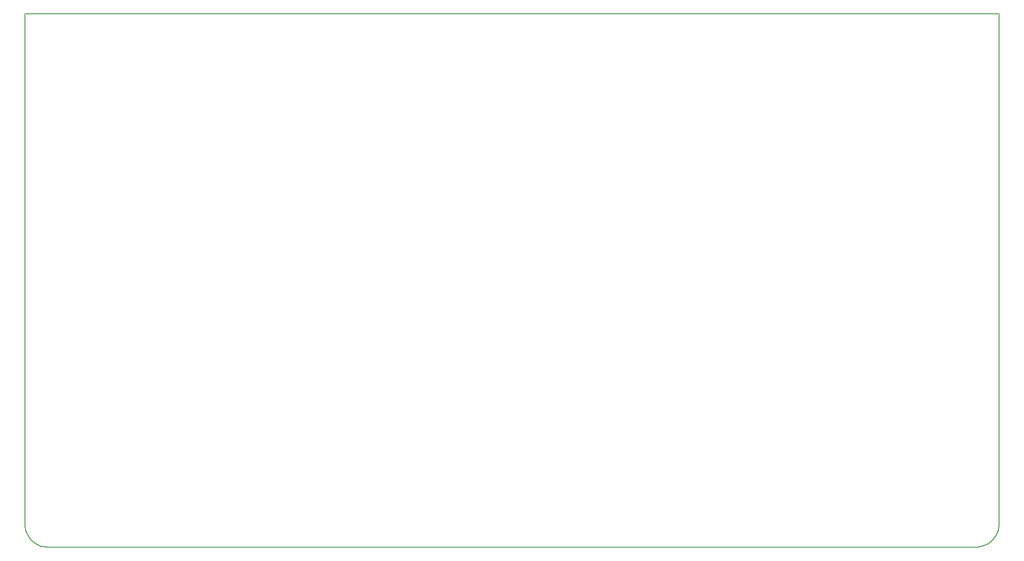
<source format=gbr>
%TF.GenerationSoftware,KiCad,Pcbnew,(5.1.6)-1*%
%TF.CreationDate,2020-08-11T15:09:09+01:00*%
%TF.ProjectId,panel-display,70616e65-6c2d-4646-9973-706c61792e6b,rev?*%
%TF.SameCoordinates,Original*%
%TF.FileFunction,Profile,NP*%
%FSLAX46Y46*%
G04 Gerber Fmt 4.6, Leading zero omitted, Abs format (unit mm)*
G04 Created by KiCad (PCBNEW (5.1.6)-1) date 2020-08-11 15:09:09*
%MOMM*%
%LPD*%
G01*
G04 APERTURE LIST*
%TA.AperFunction,Profile*%
%ADD10C,0.200000*%
%TD*%
G04 APERTURE END LIST*
D10*
X51617018Y-38354000D02*
X51617018Y-138699733D01*
X243332000Y-138699733D02*
X243332000Y-38354000D01*
X56117018Y-143292293D02*
X238832000Y-143292293D01*
X242414280Y-141479128D02*
X242572959Y-141251671D01*
X242572959Y-141251671D02*
X242717597Y-141014524D01*
X242717597Y-141014524D02*
X242847851Y-140768669D01*
X242847851Y-140768669D02*
X242963380Y-140515090D01*
X242963380Y-140515090D02*
X243063842Y-140254768D01*
X243063842Y-140254768D02*
X243148893Y-139988689D01*
X243148893Y-139988689D02*
X243218193Y-139717834D01*
X243218193Y-139717834D02*
X243271399Y-139443187D01*
X243271399Y-139443187D02*
X243308169Y-139165731D01*
X243308169Y-139165731D02*
X243328161Y-138886449D01*
X243328161Y-138886449D02*
X243332000Y-138699733D01*
X51617018Y-138699733D02*
X51625026Y-138965674D01*
X51625026Y-138965674D02*
X51648784Y-139230370D01*
X51648784Y-139230370D02*
X51687892Y-139493042D01*
X51687892Y-139493042D02*
X51741950Y-139752911D01*
X51741950Y-139752911D02*
X51810558Y-140009198D01*
X51810558Y-140009198D02*
X51893315Y-140261124D01*
X51893315Y-140261124D02*
X51989822Y-140507910D01*
X51989822Y-140507910D02*
X52099677Y-140748778D01*
X52099677Y-140748778D02*
X52222482Y-140982947D01*
X52222482Y-140982947D02*
X52357836Y-141209640D01*
X52357836Y-141209640D02*
X52505339Y-141428077D01*
X52505339Y-141428077D02*
X52664591Y-141637479D01*
X52664591Y-141637479D02*
X52835191Y-141837068D01*
X52835191Y-141837068D02*
X53016740Y-142026064D01*
X53016740Y-142026064D02*
X53208838Y-142203688D01*
X53208838Y-142203688D02*
X53411084Y-142369163D01*
X53411084Y-142369163D02*
X53633925Y-142529506D01*
X53633925Y-142529506D02*
X53865822Y-142675439D01*
X53865822Y-142675439D02*
X54105847Y-142806664D01*
X54105847Y-142806664D02*
X54353077Y-142922886D01*
X54353077Y-142922886D02*
X54606584Y-143023805D01*
X54606584Y-143023805D02*
X54865443Y-143109125D01*
X54865443Y-143109125D02*
X55128729Y-143178548D01*
X55128729Y-143178548D02*
X55395515Y-143231778D01*
X55395515Y-143231778D02*
X55664876Y-143268516D01*
X55664876Y-143268516D02*
X55935885Y-143288466D01*
X55935885Y-143288466D02*
X56117018Y-143292293D01*
X238832000Y-143292293D02*
X239090043Y-143284308D01*
X239090043Y-143284308D02*
X239347043Y-143260594D01*
X239347043Y-143260594D02*
X239602250Y-143221513D01*
X239602250Y-143221513D02*
X239854909Y-143167424D01*
X239854909Y-143167424D02*
X240104269Y-143098689D01*
X240104269Y-143098689D02*
X240349577Y-143015669D01*
X240349577Y-143015669D02*
X240590081Y-142918723D01*
X240590081Y-142918723D02*
X240825028Y-142808214D01*
X240825028Y-142808214D02*
X241053667Y-142684501D01*
X241053667Y-142684501D02*
X241275243Y-142547946D01*
X241275243Y-142547946D02*
X241489006Y-142398909D01*
X241489006Y-142398909D02*
X241694203Y-142237751D01*
X241694203Y-142237751D02*
X241890081Y-142064833D01*
X241890081Y-142064833D02*
X242075888Y-141880516D01*
X242075888Y-141880516D02*
X242250872Y-141685161D01*
X242250872Y-141685161D02*
X242414280Y-141479128D01*
X243332000Y-38354000D02*
X51617018Y-38354000D01*
M02*

</source>
